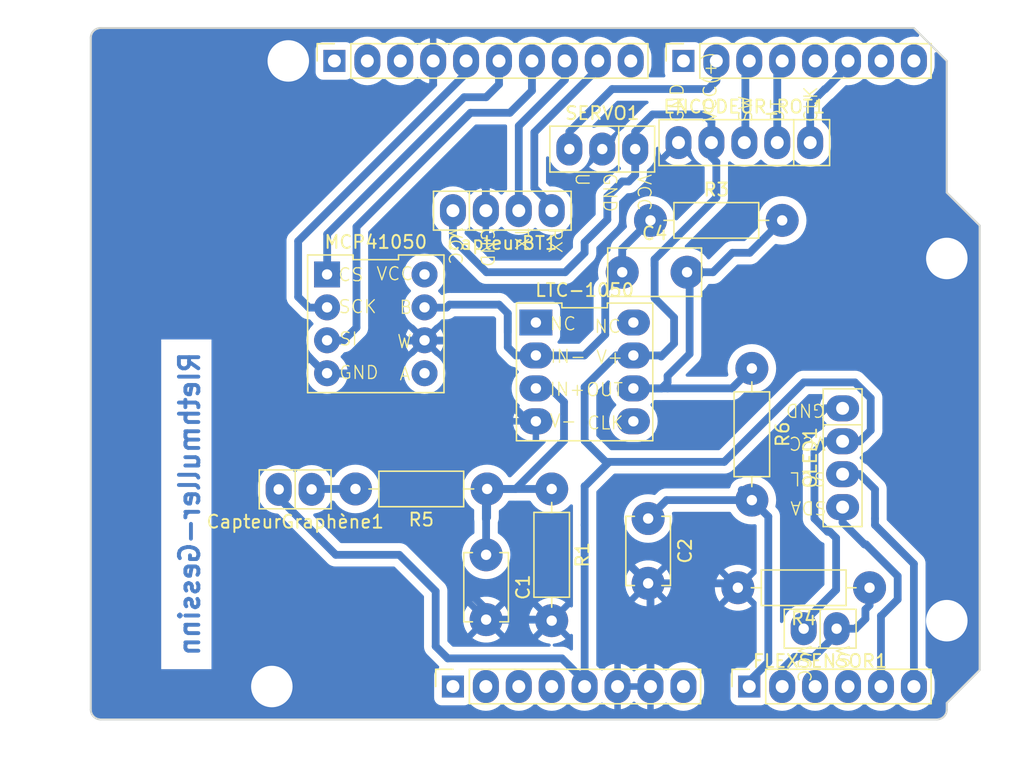
<source format=kicad_pcb>
(kicad_pcb (version 20221018) (generator pcbnew)
  (title_block (date "mar. 31 mars 2015"))
  (layers (0 "F.Cu" signal) (31 "B.Cu" signal) (34 "B.Paste" user) (35 "F.Paste" user) (36 "B.SilkS" user "B.Silkscreen") (37 "F.SilkS" user "F.Silkscreen") (38 "B.Mask" user) (39 "F.Mask" user) (44 "Edge.Cuts" user))
  (property "EMAIL" "riethmul@insa-toulouse.fr")
  (net 0 "")
  (net 1 "GND")
  (net 3 "/IOREF")
  (net 4 "Net-(LTC-1050-+IN)")
  (net 5 "ADC")
  (net 6 "/A2")
  (net 7 "/A3")
  (net 8 "Net-(LTC-1050-OUT)")
  (net 9 "SCK")
  (net 10 "/AREF")
  (net 11 "TX")
  (net 12 "MOSI")
  (net 13 "SS")
  (net 14 "RX")
  (net 15 "/8")
  (net 16 "/TX{slash}1")
  (net 17 "/*3")
  (net 18 "/RX{slash}0")
  (net 19 "+3V3")
  (net 20 "VCC")
  (net 21 "/~{RESET}")
  (net 22 "Net-(CapteurGraphène1-cn)")
  (net 23 "SCL")
  (net 24 "SDA")
  (net 25 "V0")
  (net 29 "B")
  (net 30 "CLK")
  (net 31 "DT")
  (net 33 "SW")
  (net 34 "/7")
  (net 35 "D6")
  (footprint "Connector_PinSocket_2.54mm:PinSocket_1x08_P2.54mm_Vertical" (layer "F.Cu") (at 127.94 97.46 90)
    (fp_text reference "J1" hide)
    (fp_text value "Power")
    (fp_line (start -1.33 1.27) (end -1.33 19.11) (stroke (width 0.12)) (layer "F.SilkS"))
    (fp_line (start -1.33 1.27) (end 1.33 1.27) (stroke (width 0.12)) (layer "F.SilkS"))
    (fp_line (start -1.33 19.11) (end 1.33 19.11) (stroke (width 0.12)) (layer "F.SilkS"))
    (fp_line (start 0 -1.33) (end 1.33 -1.33) (stroke (width 0.12)) (layer "F.SilkS"))
    (fp_line (start 1.33 -1.33) (end 1.33 0) (stroke (width 0.12)) (layer "F.SilkS"))
    (fp_line (start 1.33 1.27) (end 1.33 19.11) (stroke (width 0.12)) (layer "F.SilkS"))
    (pad "1" thru_hole rect locked (at 0 0 90) (size 1.7 1.7) (drill 1) (layers "*.Cu" "*.Mask"))
    (pad "2" thru_hole oval locked (at 0 2.54 90) (size 2.54 2) (drill 1) (layers "*.Cu" "*.Mask") (net 3 "/IOREF"))
    (pad "3" thru_hole oval locked (at 0 5.08 90) (size 2.54 2) (drill 1) (layers "*.Cu" "*.Mask") (net 21 "/~{RESET}"))
    (pad "4" thru_hole oval locked (at 0 7.62 90) (size 2.54 2) (drill 1) (layers "*.Cu" "*.Mask") (net 19 "+3V3"))
    (pad "5" thru_hole oval locked (at 0 10.16 90) (size 2.54 2) (drill 1) (layers "*.Cu" "*.Mask") (net 20 "VCC"))
    (pad "6" thru_hole oval locked (at 0 12.7 90) (size 2.54 2) (drill 1) (layers "*.Cu" "*.Mask") (net 1 "GND"))
    (pad "7" thru_hole oval locked (at 0 15.24 90) (size 2.54 2) (drill 1) (layers "*.Cu" "*.Mask") (net 1 "GND"))
    (pad "8" thru_hole oval locked (at 0 17.78 90) (size 2.54 2) (drill 1) (layers "*.Cu" "*.Mask") (net 20 "VCC"))
  )
  (footprint "Connector_PinSocket_2.54mm:PinSocket_1x06_P2.54mm_Vertical" (layer "F.Cu") (at 150.8 97.46 90)
    (fp_text reference "J3" hide)
    (fp_text value "Analog")
    (fp_line (start -1.33 1.27) (end -1.33 14.03) (stroke (width 0.12)) (layer "F.SilkS"))
    (fp_line (start -1.33 1.27) (end 1.33 1.27) (stroke (width 0.12)) (layer "F.SilkS"))
    (fp_line (start -1.33 14.03) (end 1.33 14.03) (stroke (width 0.12)) (layer "F.SilkS"))
    (fp_line (start 0 -1.33) (end 1.33 -1.33) (stroke (width 0.12)) (layer "F.SilkS"))
    (fp_line (start 1.33 -1.33) (end 1.33 0) (stroke (width 0.12)) (layer "F.SilkS"))
    (fp_line (start 1.33 1.27) (end 1.33 14.03) (stroke (width 0.12)) (layer "F.SilkS"))
    (pad "1" thru_hole rect locked (at 0 0 90) (size 1.7 1.7) (drill 1) (layers "*.Cu" "*.Mask") (net 5 "ADC"))
    (pad "2" thru_hole oval locked (at 0 2.54 90) (size 2.54 2) (drill 1) (layers "*.Cu" "*.Mask") (net 25 "V0"))
    (pad "3" thru_hole oval locked (at 0 5.08 90) (size 2.54 2) (drill 1) (layers "*.Cu" "*.Mask") (net 6 "/A2"))
    (pad "4" thru_hole oval locked (at 0 7.62 90) (size 2.54 2) (drill 1) (layers "*.Cu" "*.Mask") (net 7 "/A3"))
    (pad "5" thru_hole oval locked (at 0 10.16 90) (size 2.54 2) (drill 1) (layers "*.Cu" "*.Mask") (net 24 "SDA"))
    (pad "6" thru_hole oval locked (at 0 12.7 90) (size 2.54 2) (drill 1) (layers "*.Cu" "*.Mask") (net 23 "SCL"))
  )
  (footprint "Connector_PinSocket_2.54mm:PinSocket_1x10_P2.54mm_Vertical" (layer "F.Cu") (at 118.796 49.2 90)
    (fp_text reference "J2" hide)
    (fp_text value "Digital/PWM")
    (fp_line (start -1.33 1.27) (end -1.33 24.19) (stroke (width 0.12)) (layer "F.SilkS"))
    (fp_line (start -1.33 1.27) (end 1.33 1.27) (stroke (width 0.12)) (layer "F.SilkS"))
    (fp_line (start -1.33 24.19) (end 1.33 24.19) (stroke (width 0.12)) (layer "F.SilkS"))
    (fp_line (start 0 -1.33) (end 1.33 -1.33) (stroke (width 0.12)) (layer "F.SilkS"))
    (fp_line (start 1.33 -1.33) (end 1.33 0) (stroke (width 0.12)) (layer "F.SilkS"))
    (fp_line (start 1.33 1.27) (end 1.33 24.19) (stroke (width 0.12)) (layer "F.SilkS"))
    (pad "1" thru_hole rect locked (at 0 0 90) (size 1.7 1.7) (drill 1) (layers "*.Cu" "*.Mask") (net 23 "SCL"))
    (pad "2" thru_hole oval locked (at 0 2.54 90) (size 2.54 2) (drill 1) (layers "*.Cu" "*.Mask") (net 24 "SDA"))
    (pad "3" thru_hole oval locked (at 0 5.08 90) (size 2.54 2) (drill 1) (layers "*.Cu" "*.Mask") (net 10 "/AREF"))
    (pad "4" thru_hole oval locked (at 0 7.62 90) (size 2.54 2) (drill 1) (layers "*.Cu" "*.Mask") (net 1 "GND"))
    (pad "5" thru_hole oval locked (at 0 10.16 90) (size 2.54 2) (drill 1) (layers "*.Cu" "*.Mask") (net 9 "SCK"))
    (pad "6" thru_hole oval locked (at 0 12.7 90) (size 2.54 2) (drill 1) (layers "*.Cu" "*.Mask") (net 13 "SS"))
    (pad "7" thru_hole oval locked (at 0 15.24 90) (size 2.54 2) (drill 1) (layers "*.Cu" "*.Mask") (net 12 "MOSI"))
    (pad "8" thru_hole oval locked (at 0 17.78 90) (size 2.54 2) (drill 1) (layers "*.Cu" "*.Mask") (net 11 "TX"))
    (pad "9" thru_hole oval locked (at 0 20.32 90) (size 2.54 2) (drill 1) (layers "*.Cu" "*.Mask") (net 14 "RX"))
    (pad "10" thru_hole oval locked (at 0 22.86 90) (size 2.54 2) (drill 1) (layers "*.Cu" "*.Mask") (net 15 "/8"))
  )
  (footprint "Connector_PinSocket_2.54mm:PinSocket_1x08_P2.54mm_Vertical" (layer "F.Cu") (at 145.72 49.2 90)
    (fp_text reference "J4" hide)
    (fp_text value "Digital/PWM")
    (fp_line (start -1.33 1.27) (end -1.33 19.11) (stroke (width 0.12)) (layer "F.SilkS"))
    (fp_line (start -1.33 1.27) (end 1.33 1.27) (stroke (width 0.12)) (layer "F.SilkS"))
    (fp_line (start -1.33 19.11) (end 1.33 19.11) (stroke (width 0.12)) (layer "F.SilkS"))
    (fp_line (start 0 -1.33) (end 1.33 -1.33) (stroke (width 0.12)) (layer "F.SilkS"))
    (fp_line (start 1.33 -1.33) (end 1.33 0) (stroke (width 0.12)) (layer "F.SilkS"))
    (fp_line (start 1.33 1.27) (end 1.33 19.11) (stroke (width 0.12)) (layer "F.SilkS"))
    (pad "1" thru_hole rect locked (at 0 0 90) (size 1.7 1.7) (drill 1) (layers "*.Cu" "*.Mask") (net 34 "/7"))
    (pad "2" thru_hole oval locked (at 0 2.54 90) (size 2.54 2) (drill 1) (layers "*.Cu" "*.Mask") (net 35 "D6"))
    (pad "3" thru_hole oval locked (at 0 5.08 90) (size 2.54 2) (drill 1) (layers "*.Cu" "*.Mask") (net 33 "SW"))
    (pad "4" thru_hole oval locked (at 0 7.62 90) (size 2.54 2) (drill 1) (layers "*.Cu" "*.Mask") (net 31 "DT"))
    (pad "5" thru_hole oval locked (at 0 10.16 90) (size 2.54 2) (drill 1) (layers "*.Cu" "*.Mask") (net 17 "/*3"))
    (pad "6" thru_hole oval locked (at 0 12.7 90) (size 2.54 2) (drill 1) (layers "*.Cu" "*.Mask") (net 30 "CLK"))
    (pad "7" thru_hole oval locked (at 0 15.24 90) (size 2.54 2) (drill 1) (layers "*.Cu" "*.Mask") (net 16 "/TX{slash}1"))
    (pad "8" thru_hole oval locked (at 0 17.78 90) (size 2.54 2) (drill 1) (layers "*.Cu" "*.Mask") (net 18 "/RX{slash}0"))
  )
  (footprint "Empreintes:CAPTEUR GRAPHENE" (layer "F.Cu") (at 115.77 82.25)
    (fp_text reference "CapteurGraphène1" (at 0 2.5) (layer "F.SilkS"))
    (fp_text value "~")
    (fp_line (start -2.77 -1.5) (end 2.77 -1.5) (stroke (width 0.12)) (layer "F.SilkS"))
    (fp_line (start -2.77 1.5) (end -2.77 -1.5) (stroke (width 0.12)) (layer "F.SilkS"))
    (fp_line (start 0 -1.5) (end 0 1.5) (stroke (width 0.12)) (layer "F.SilkS"))
    (fp_line (start 2.77 -1.5) (end 2.77 1.5) (stroke (width 0.12)) (layer "F.SilkS"))
    (fp_line (start 2.77 1.5) (end -2.77 1.5) (stroke (width 0.12)) (layer "F.SilkS"))
    (pad "1" thru_hole oval (at -1.27 0) (size 2 2.54) (drill 0.8) (layers "*.Cu" "*.Mask") (net 20 "VCC"))
    (pad "2" thru_hole oval (at 1.27 0) (size 2 2.54) (drill 0.8) (layers "*.Cu" "*.Mask") (net 22 "Net-(CapteurGraphène1-cn)"))
  )
  (footprint "Empreintes:LTC-1050" (layer "F.Cu") (at 138.1 73.19 -90)
    (fp_text reference "LTC-1050" (at -6.31 0) (layer "F.SilkS"))
    (fp_text value "~")
    (fp_text user "V-" (at 4.3688 2.7686 unlocked) (layer "F.SilkS") (effects (font (thickness 0.1)) (justify left bottom)))
    (fp_text user "NC" (at -3.1242 2.7686 unlocked) (layer "F.SilkS") (effects (font (thickness 0.1)) (justify left bottom)))
    (fp_text user "CLK" (at 4.5212 -0.127 unlocked) (layer "F.SilkS") (effects (font (thickness 0.1)) (justify left bottom)))
    (fp_text user "V+" (at -0.5588 -0.8128 unlocked) (layer "F.SilkS") (effects (font (thickness 0.1)) (justify left bottom)))
    (fp_text user "IN-" (at -0.6096 2.7178 unlocked) (layer "F.SilkS") (effects (font (thickness 0.1)) (justify left bottom)))
    (fp_text user "OUT" (at 1.9558 -0.0508 unlocked) (layer "F.SilkS") (effects (font (thickness 0.1)) (justify left bottom)))
    (fp_text user "NC" (at -2.921 -0.6858 unlocked) (layer "F.SilkS") (effects (font (thickness 0.1)) (justify left bottom)))
    (fp_text user "IN+" (at 1.9304 2.7686 unlocked) (layer "F.SilkS") (effects (font (thickness 0.1)) (justify left bottom)))
    (fp_line (start -5.31 -5.26) (end -5.31 -1.753333) (stroke (width 0.12)) (layer "F.SilkS"))
    (fp_line (start -5.31 -1.753333) (end -4.95 -1.753333) (stroke (width 0.12)) (layer "F.SilkS"))
    (fp_line (start -5.31 1.753333) (end -5.31 5.26) (stroke (width 0.12)) (layer "F.SilkS"))
    (fp_line (start -5.31 5.26) (end 5.31 5.26) (stroke (width 0.12)) (layer "F.SilkS"))
    (fp_line (start -4.95 -1.753333) (end -4.95 1.753333) (stroke (width 0.12)) (layer "F.SilkS"))
    (fp_line (start -4.95 1.753333) (end -5.31 1.753333) (stroke (width 0.12)) (layer "F.SilkS"))
    (fp_line (start 5.31 -5.26) (end -5.31 -5.26) (stroke (width 0.12)) (layer "F.SilkS"))
    (fp_line (start 5.31 5.26) (end 5.31 -5.26) (stroke (width 0.12)) (layer "F.SilkS"))
    (pad "1" thru_hole rect (at -3.81 3.76 270) (size 2 2.54) (drill 0.8) (layers "*.Cu" "*.Mask"))
    (pad "2" thru_hole oval (at -1.27 3.76 270) (size 2 2.54) (drill 0.8) (layers "*.Cu" "*.Mask") (net 29 "B"))
    (pad "3" thru_hole oval (at 1.27 3.76 270) (size 2 2.54) (drill 0.8) (layers "*.Cu" "*.Mask") (net 4 "Net-(LTC-1050-+IN)"))
    (pad "4" thru_hole oval (at 3.81 3.76 270) (size 2 2.54) (drill 0.8) (layers "*.Cu" "*.Mask") (net 1 "GND"))
    (pad "5" thru_hole oval (at 3.81 -3.76 270) (size 2 2.54) (drill 0.8) (layers "*.Cu" "*.Mask"))
    (pad "6" thru_hole oval (at 1.27 -3.76 270) (size 2 2.54) (drill 0.8) (layers "*.Cu" "*.Mask") (net 8 "Net-(LTC-1050-OUT)"))
    (pad "7" thru_hole oval (at -1.27 -3.76 270) (size 2 2.54) (drill 0.8) (layers "*.Cu" "*.Mask") (net 20 "VCC"))
    (pad "8" thru_hole oval (at -3.81 -3.76 270) (size 2 2.54) (drill 0.8) (layers "*.Cu" "*.Mask"))
  )
  (footprint "Resistor_THT:R_Axial_DIN0207_L6.3mm_D2.5mm_P10.16mm_Horizontal" (layer "F.Cu") (at 143.18 61.5)
    (fp_text reference "R3" (at 5.08 -2.37) (layer "F.SilkS"))
    (fp_text value "100k")
    (fp_line (start 1.04 0) (end 1.81 0) (stroke (width 0.12)) (layer "F.SilkS"))
    (fp_line (start 1.81 -1.37) (end 1.81 1.37) (stroke (width 0.12)) (layer "F.SilkS"))
    (fp_line (start 1.81 1.37) (end 8.35 1.37) (stroke (width 0.12)) (layer "F.SilkS"))
    (fp_line (start 8.35 -1.37) (end 1.81 -1.37) (stroke (width 0.12)) (layer "F.SilkS"))
    (fp_line (start 8.35 1.37) (end 8.35 -1.37) (stroke (width 0.12)) (layer "F.SilkS"))
    (fp_line (start 9.12 0) (end 8.35 0) (stroke (width 0.12)) (layer "F.SilkS"))
    (pad "1" thru_hole circle (at 0 0) (size 2.54 2.54) (drill 0.8) (layers "*.Cu" "*.Mask") (net 29 "B"))
    (pad "2" thru_hole circle (at 10.16 0) (size 2.54 2.54) (drill 0.8) (layers "*.Cu" "*.Mask") (net 8 "Net-(LTC-1050-OUT)"))
  )
  (footprint "Empreintes:OLED" (layer "F.Cu") (at 158 79.81 -90)
    (fp_text reference "OLED1" (at 0 2.5 90) (layer "F.SilkS"))
    (fp_text value "~")
    (fp_text user "GND" (at -4.2418 1.27 -180 unlocked) (layer "F.SilkS") (effects (font (thickness 0.1)) (justify left bottom)))
    (fp_text user "VCC" (at -1.7018 1.2192 -180 unlocked) (layer "F.SilkS") (effects (font (thickness 0.1)) (justify left bottom)))
    (fp_text user "SCL" (at 1.0414 1.2192 -180 unlocked) (layer "F.SilkS") (effects (font (thickness 0.1)) (justify left bottom)))
    (fp_text user "SDA" (at 3.2766 1.1684 -180 unlocked) (layer "F.SilkS") (effects (font (thickness 0.1)) (justify left bottom)))
    (fp_line (start -5.31 -1.5) (end 5.31 -1.5) (stroke (width 0.12)) (layer "F.SilkS"))
    (fp_line (start -5.31 1.5) (end -5.31 -1.5) (stroke (width 0.12)) (layer "F.SilkS"))
    (fp_line (start -2.54 -1.5) (end -2.54 1.5) (stroke (width 0.12)) (layer "F.SilkS"))
    (fp_line (start 5.31 -1.5) (end 5.31 1.5) (stroke (width 0.12)) (layer "F.SilkS"))
    (fp_line (start 5.31 1.5) (end -5.31 1.5) (stroke (width 0.12)) (layer "F.SilkS"))
    (pad "1" thru_hole oval (at -3.81 0 270) (size 2 2.54) (drill 1) (layers "*.Cu" "*.Mask") (net 1 "GND"))
    (pad "2" thru_hole oval (at -1.27 0 270) (size 2 2.54) (drill 1) (layers "*.Cu" "*.Mask") (net 20 "VCC"))
    (pad "3" thru_hole oval (at 1.27 0 270) (size 2 2.54) (drill 1) (layers "*.Cu" "*.Mask") (net 23 "SCL"))
    (pad "4" thru_hole oval (at 3.81 0 270) (size 2 2.54) (drill 1) (layers "*.Cu" "*.Mask") (net 24 "SDA"))
  )
  (footprint "Empreintes:FLEX SENSOR" (layer "F.Cu") (at 156.27 93)
    (fp_text reference "FLEXSENSOR1" (at 0 2.5) (layer "F.SilkS"))
    (fp_text value "~")
    (fp_text user "V0" (at 1.1176 1.2192 -90 unlocked) (layer "F.SilkS") (effects (font (thickness 0.1)) (justify left bottom)))
    (fp_text user "VCC" (at -1.8288 1.2192 -90 unlocked) (layer "F.SilkS") (effects (font (thickness 0.1)) (justify left bottom)))
    (fp_line (start -2.77 -1.5) (end 2.77 -1.5) (stroke (width 0.12)) (layer "F.SilkS"))
    (fp_line (start -2.77 1.5) (end -2.77 -1.5) (stroke (width 0.12)) (layer "F.SilkS"))
    (fp_line (start 0 -1.5) (end 0 1.5) (stroke (width 0.12)) (layer "F.SilkS"))
    (fp_line (start 2.77 -1.5) (end 2.77 1.5) (stroke (width 0.12)) (layer "F.SilkS"))
    (fp_line (start 2.77 1.5) (end -2.77 1.5) (stroke (width 0.12)) (layer "F.SilkS"))
    (pad "1" thru_hole oval (at -1.27 0) (size 2 2.54) (drill 0.8) (layers "*.Cu" "*.Mask") (net 20 "VCC"))
    (pad "2" thru_hole oval (at 1.27 0) (size 2 2.54) (drill 0.8) (layers "*.Cu" "*.Mask") (net 25 "V0"))
  )
  (footprint "Resistor_THT:R_Axial_DIN0207_L6.3mm_D2.5mm_P10.16mm_Horizontal" (layer "F.Cu") (at 135.56 82.22 -90)
    (fp_text reference "R1" (at 5.08 -2.37 90) (layer "F.SilkS"))
    (fp_text value "100k")
    (fp_line (start 1.04 0) (end 1.81 0) (stroke (width 0.12)) (layer "F.SilkS"))
    (fp_line (start 1.81 -1.37) (end 1.81 1.37) (stroke (width 0.12)) (layer "F.SilkS"))
    (fp_line (start 1.81 1.37) (end 8.35 1.37) (stroke (width 0.12)) (layer "F.SilkS"))
    (fp_line (start 8.35 -1.37) (end 1.81 -1.37) (stroke (width 0.12)) (layer "F.SilkS"))
    (fp_line (start 8.35 1.37) (end 8.35 -1.37) (stroke (width 0.12)) (layer "F.SilkS"))
    (fp_line (start 9.12 0) (end 8.35 0) (stroke (width 0.12)) (layer "F.SilkS"))
    (pad "1" thru_hole circle (at 0 0 270) (size 2.54 2.54) (drill 0.8) (layers "*.Cu" "*.Mask") (net 4 "Net-(LTC-1050-+IN)"))
    (pad "2" thru_hole circle (at 10.16 0 270) (size 2.54 2.54) (drill 0.8) (layers "*.Cu" "*.Mask") (net 1 "GND"))
  )
  (footprint "Empreintes:SERVO" (layer "F.Cu") (at 139.46 56 180)
    (fp_text reference "SERVO1" (at 0 2.77) (layer "F.SilkS"))
    (fp_text value "~")
    (fp_text user "GND" (at 0 -1.77 270 unlocked) (layer "F.SilkS") (effects (font (thickness 0.1)) (justify left bottom)))
    (fp_text user "VCC" (at -2.6416 -1.8542 270 unlocked) (layer "F.SilkS") (effects (font (thickness 0.1)) (justify left bottom)))
    (fp_text user "U" (at 2.1336 -1.7526 270 unlocked) (layer "F.SilkS") (effects (font (thickness 0.1)) (justify left bottom)))
    (fp_line (start -4.04 -1.77) (end 4.04 -1.77) (stroke (width 0.12)) (layer "F.SilkS"))
    (fp_line (start -4.04 1.77) (end -4.04 -1.77) (stroke (width 0.12)) (layer "F.SilkS"))
    (fp_line (start -1.27 -1.77) (end -1.27 1.77) (stroke (width 0.12)) (layer "F.SilkS"))
    (fp_line (start 4.04 -1.77) (end 4.04 1.77) (stroke (width 0.12)) (layer "F.SilkS"))
    (fp_line (start 4.04 1.77) (end -4.04 1.77) (stroke (width 0.12)) (layer "F.SilkS"))
    (pad "1" thru_hole oval (at -2.54 0 180) (size 2 2.54) (drill 0.8) (layers "*.Cu" "*.Mask") (net 20 "VCC"))
    (pad "2" thru_hole oval (at 0 0 180) (size 2 2.54) (drill 0.8) (layers "*.Cu" "*.Mask") (net 1 "GND"))
    (pad "3" thru_hole oval (at 2.54 0 180) (size 2 2.54) (drill 0.8) (layers "*.Cu" "*.Mask") (net 35 "D6"))
  )
  (footprint "Arduino_MountingHole:MountingHole_3.2mm" (layer "F.Cu") (at 115.24 49.2)
    (fp_text reference "MH1" hide)
    (fp_text value "MountingHole_3.2mm" hide)
    (pad "" np_thru_hole circle locked (at 0 0) (size 3.2 3.2) (drill 3.2) (layers "*.Cu" "*.Mask"))
  )
  (footprint "Empreintes:POTENTIOMETRE DIGITAL" (layer "F.Cu") (at 121.99 69.48 -90)
    (fp_text reference "MCP41050" (at -6.31 0) (layer "F.SilkS"))
    (fp_text value "~")
    (fp_text user "CS" (at -3.2004 2.9718 unlocked) (layer "F.SilkS") (effects (font (thickness 0.1)) (justify left bottom)))
    (fp_text user "W" (at 1.9558 -1.5748 unlocked) (layer "F.SilkS") (effects (font (thickness 0.1)) (justify left bottom)))
    (fp_text user "SI" (at 1.7526 2.8956 unlocked) (layer "F.SilkS") (effects (font (thickness 0.1)) (justify left bottom)))
    (fp_text user "GND" (at 4.3434 2.8956 unlocked) (layer "F.SilkS") (effects (font (thickness 0.1)) (justify left bottom)))
    (fp_text user "SCK" (at -0.7366 2.9464 unlocked) (layer "F.SilkS") (effects (font (thickness 0.1)) (justify left bottom)))
    (fp_text user "B" (at -0.6858 -1.7526 unlocked) (layer "F.SilkS") (effects (font (thickness 0.1)) (justify left bottom)))
    (fp_text user "VCC" (at -3.2766 0.0254 unlocked) (layer "F.SilkS") (effects (font (thickness 0.1)) (justify left bottom)))
    (fp_text user "A" (at 4.445 -1.7526 unlocked) (layer "F.SilkS") (effects (font (thickness 0.1)) (justify left bottom)))
    (fp_line (start -5.31 -5.26) (end -5.31 -1.753333) (stroke (width 0.12)) (layer "F.SilkS"))
    (fp_line (start -5.31 -1.753333) (end -4.95 -1.753333) (stroke (width 0.12)) (layer "F.SilkS"))
    (fp_line (start -5.31 1.753333) (end -5.31 5.26) (stroke (width 0.12)) (layer "F.SilkS"))
    (fp_line (start -5.31 5.26) (end 5.31 5.26) (stroke (width 0.12)) (layer "F.SilkS"))
    (fp_line (start -4.95 -1.753333) (end -4.95 1.753333) (stroke (width 0.12)) (layer "F.SilkS"))
    (fp_line (start -4.95 1.753333) (end -5.31 1.753333) (stroke (width 0.12)) (layer "F.SilkS"))
    (fp_line (start 5.31 -5.26) (end -5.31 -5.26) (stroke (width 0.12)) (layer "F.SilkS"))
    (fp_line (start 5.31 5.26) (end 5.31 -5.26) (stroke (width 0.12)) (layer "F.SilkS"))
    (pad "1" thru_hole rect (at -3.81 3.76 270) (size 2 2) (drill 0.8) (layers "*.Cu" "*.Mask") (net 13 "SS"))
    (pad "2" thru_hole circle (at -1.27 3.76 270) (size 2 2) (drill 0.8) (layers "*.Cu" "*.Mask") (net 9 "SCK"))
    (pad "3" thru_hole circle (at 1.27 3.76 270) (size 2 2) (drill 0.8) (layers "*.Cu" "*.Mask") (net 12 "MOSI"))
    (pad "4" thru_hole circle (at 3.81 3.76 270) (size 2 2) (drill 0.8) (layers "*.Cu" "*.Mask"))
    (pad "5" thru_hole circle (at 3.81 -3.76 270) (size 2 2) (drill 0.8) (layers "*.Cu" "*.Mask"))
    (pad "6" thru_hole circle (at 1.27 -3.76 270) (size 2 2) (drill 0.8) (layers "*.Cu" "*.Mask") (net 1 "GND"))
    (pad "7" thru_hole circle (at -1.27 -3.76 270) (size 2 2) (drill 0.8) (layers "*.Cu" "*.Mask") (net 29 "B"))
    (pad "8" thru_hole circle (at -3.81 -3.76 270) (size 2 2) (drill 0.8) (layers "*.Cu" "*.Mask"))
  )
  (footprint "Empreintes:BT" (layer "F.Cu") (at 131.75 60.75)
    (fp_text reference "CapteurBT1" (at 0 2.5) (layer "F.SilkS"))
    (fp_text value "~")
    (fp_text user "RX" (at 3.4798 1.27 -90 unlocked) (layer "F.SilkS") (effects (font (thickness 0.1)) (justify left bottom)))
    (fp_text user "TX" (at 0.889 1.2446 -90 unlocked) (layer "F.SilkS") (effects (font (thickness 0.1)) (justify left bottom)))
    (fp_text user "VCC" (at -4.2164 1.2446 -90 unlocked) (layer "F.SilkS") (effects (font (thickness 0.1)) (justify left bottom)))
    (fp_text user "GND" (at -1.7526 1.2446 -90 unlocked) (layer "F.SilkS") (effects (font (thickness 0.1)) (justify left bottom)))
    (fp_line (start -5.31 -1.5) (end 5.31 -1.5) (stroke (width 0.12)) (layer "F.SilkS"))
    (fp_line (start -5.31 1.5) (end -5.31 -1.5) (stroke (width 0.12)) (layer "F.SilkS"))
    (fp_line (start -2.54 -1.5) (end -2.54 1.5) (stroke (width 0.12)) (layer "F.SilkS"))
    (fp_line (start 5.31 -1.5) (end 5.31 1.5) (stroke (width 0.12)) (layer "F.SilkS"))
    (fp_line (start 5.31 1.5) (end -5.31 1.5) (stroke (width 0.12)) (layer "F.SilkS"))
    (pad "1" thru_hole oval (at -3.81 0) (size 2 2.54) (drill 1) (layers "*.Cu" "*.Mask") (net 20 "VCC"))
    (pad "2" thru_hole oval (at -1.27 0) (size 2 2.54) (drill 1) (layers "*.Cu" "*.Mask") (net 1 "GND"))
    (pad "3" thru_hole oval (at 1.27 0) (size 2 2.54) (drill 1) (layers "*.Cu" "*.Mask") (net 11 "TX"))
    (pad "4" thru_hole oval (at 3.81 0) (size 2 2.54) (drill 1) (layers "*.Cu" "*.Mask") (net 14 "RX"))
  )
  (footprint "Resistor_THT:R_Axial_DIN0207_L6.3mm_D2.5mm_P10.16mm_Horizontal" (layer "F.Cu") (at 130.58 82.22 180)
    (fp_text reference "R5" (at 5.08 -2.37) (layer "F.SilkS"))
    (fp_text value "10k")
    (fp_line (start 1.04 0) (end 1.81 0) (stroke (width 0.12)) (layer "F.SilkS"))
    (fp_line (start 1.81 -1.37) (end 1.81 1.37) (stroke (width 0.12)) (layer "F.SilkS"))
    (fp_line (start 1.81 1.37) (end 8.35 1.37) (stroke (width 0.12)) (layer "F.SilkS"))
    (fp_line (start 8.35 -1.37) (end 1.81 -1.37) (stroke (width 0.12)) (layer "F.SilkS"))
    (fp_line (start 8.35 1.37) (end 8.35 -1.37) (stroke (width 0.12)) (layer "F.SilkS"))
    (fp_line (start 9.12 0) (end 8.35 0) (stroke (width 0.12)) (layer "F.SilkS"))
    (pad "1" thru_hole circle (at 0 0 180) (size 2.54 2.54) (drill 0.8) (layers "*.Cu" "*.Mask") (net 4 "Net-(LTC-1050-+IN)"))
    (pad "2" thru_hole circle (at 10.16 0 180) (size 2.54 2.54) (drill 0.8) (layers "*.Cu" "*.Mask") (net 22 "Net-(CapteurGraphène1-cn)"))
  )
  (footprint "Capacitor_THT:C_Disc_D5.1mm_W3.2mm_P5.00mm" (layer "F.Cu") (at 130.5 87.3 -90)
    (fp_text reference "C1" (at 2.5 -2.85 90) (layer "F.SilkS"))
    (fp_text value "100n")
    (fp_line (start -0.17 -1.721) (end -0.17 -1.055) (stroke (width 0.12)) (layer "F.SilkS"))
    (fp_line (start -0.17 -1.721) (end 5.17 -1.721) (stroke (width 0.12)) (layer "F.SilkS"))
    (fp_line (start -0.17 1.055) (end -0.17 1.721) (stroke (width 0.12)) (layer "F.SilkS"))
    (fp_line (start -0.17 1.721) (end 5.17 1.721) (stroke (width 0.12)) (layer "F.SilkS"))
    (fp_line (start 5.17 -1.721) (end 5.17 -1.055) (stroke (width 0.12)) (layer "F.SilkS"))
    (fp_line (start 5.17 1.055) (end 5.17 1.721) (stroke (width 0.12)) (layer "F.SilkS"))
    (pad "1" thru_hole circle (at 0 0 270) (size 2.54 2.54) (drill 0.8) (layers "*.Cu" "*.Mask") (net 4 "Net-(LTC-1050-+IN)"))
    (pad "2" thru_hole circle (at 5 0 270) (size 2.54 2.54) (drill 0.8) (layers "*.Cu" "*.Mask") (net 1 "GND"))
  )
  (footprint "Resistor_THT:R_Axial_DIN0207_L6.3mm_D2.5mm_P10.16mm_Horizontal" (layer "F.Cu") (at 160.08 89.84 180)
    (fp_text reference "R4" (at 5.08 -2.37) (layer "F.SilkS"))
    (fp_text value "33k")
    (fp_line (start 1.04 0) (end 1.81 0) (stroke (width 0.12)) (layer "F.SilkS"))
    (fp_line (start 1.81 -1.37) (end 1.81 1.37) (stroke (width 0.12)) (layer "F.SilkS"))
    (fp_line (start 1.81 1.37) (end 8.35 1.37) (stroke (width 0.12)) (layer "F.SilkS"))
    (fp_line (start 8.35 -1.37) (end 1.81 -1.37) (stroke (width 0.12)) (layer "F.SilkS"))
    (fp_line (start 8.35 1.37) (end 8.35 -1.37) (stroke (width 0.12)) (layer "F.SilkS"))
    (fp_line (start 9.12 0) (end 8.35 0) (stroke (width 0.12)) (layer "F.SilkS"))
    (pad "1" thru_hole circle (at 0 0 180) (size 2.54 2.54) (drill 0.8) (layers "*.Cu" "*.Mask") (net 25 "V0"))
    (pad "2" thru_hole circle (at 10.16 0 180) (size 2.54 2.54) (drill 0.8) (layers "*.Cu" "*.Mask") (net 1 "GND"))
  )
  (footprint "Capacitor_THT:C_Disc_D5.1mm_W3.2mm_P5.00mm" (layer "F.Cu") (at 143 84.5 -90)
    (fp_text reference "C2" (at 2.5 -2.85 90) (layer "F.SilkS"))
    (fp_text value "100n")
    (fp_line (start -0.17 -1.721) (end -0.17 -1.055) (stroke (width 0.12)) (layer "F.SilkS"))
    (fp_line (start -0.17 -1.721) (end 5.17 -1.721) (stroke (width 0.12)) (layer "F.SilkS"))
    (fp_line (start -0.17 1.055) (end -0.17 1.721) (stroke (width 0.12)) (layer "F.SilkS"))
    (fp_line (start -0.17 1.721) (end 5.17 1.721) (stroke (width 0.12)) (layer "F.SilkS"))
    (fp_line (start 5.17 -1.721) (end 5.17 -1.055) (stroke (width 0.12)) (layer "F.SilkS"))
    (fp_line (start 5.17 1.055) (end 5.17 1.721) (stroke (width 0.12)) (layer "F.SilkS"))
    (pad "1" thru_hole circle (at 0 0 270) (size 2.54 2.54) (drill 0.8) (layers "*.Cu" "*.Mask") (net 5 "ADC"))
    (pad "2" thru_hole circle (at 5 0 270) (size 2.54 2.54) (drill 0.8) (layers "*.Cu" "*.Mask") (net 1 "GND"))
  )
  (footprint "Empreintes:ENCODEUR KY-040" (layer "F.Cu") (at 150.42 55.5 180)
    (fp_text reference "ENCODEUR_ROT1" (at 0 2.77) (layer "F.SilkS"))
    (fp_text value "~")
    (fp_text user "SW" (at -0.6858 1.4732 90 unlocked) (layer "F.SilkS") (effects (font (thickness 0.1)) (justify left bottom)))
    (fp_text user "VCC(+)" (at 2.0574 1.524 90 unlocked) (layer "F.SilkS") (effects (font (thickness 0.1)) (justify left bottom)))
    (fp_text user "CLK" (at -5.715 1.4732 90 unlocked) (layer "F.SilkS") (effects (font (thickness 0.1)) (justify left bottom)))
    (fp_text user "DT" (at -3.1496 1.524 90 unlocked) (layer "F.SilkS") (effects (font (thickness 0.1)) (justify left bottom)))
    (fp_text user "GND" (at 4.5974 1.4732 90 unlocked) (layer "F.SilkS") (effects (font (thickness 0.1)) (justify left bottom)))
    (fp_line (start -6.58 -1.77) (end 6.58 -1.77) (stroke (width 0.12)) (layer "F.SilkS"))
    (fp_line (start -6.58 1.77) (end -6.58 -1.77) (stroke (width 0.12)) (layer "F.SilkS"))
    (fp_line (start -3.81 -1.77) (end -3.81 1.77) (stroke (width 0.12)) (layer "F.SilkS"))
    (fp_line (start 6.58 -1.77) (end 6.58 1.77) (stroke (width 0.12)) (layer "F.SilkS"))
    (fp_line (start 6.58 1.77) (end -6.58 1.77) (stroke (width 0.12)) (layer "F.SilkS"))
    (pad "1" thru_hole oval (at -5.08 0 180) (size 2 2.54) (drill 1) (layers "*.Cu" "*.Mask") (net 30 "CLK"))
    (pad "2" thru_hole oval (at -2.54 0 180) (size 2 2.54) (drill 1) (layers "*.Cu" "*.Mask") (net 31 "DT"))
    (pad "3" thru_hole oval (at 0 0 180) (size 2 2.54) (drill 1) (layers "*.Cu" "*.Mask") (net 33 "SW"))
    (pad "4" thru_hole oval (at 2.54 0 180) (size 2 2.54) (drill 1) (layers "*.Cu" "*.Mask") (net 20 "VCC"))
    (pad "5" thru_hole oval (at 5.08 0 180) (size 2 2.54) (drill 1) (layers "*.Cu" "*.Mask") (net 1 "GND"))
  )
  (footprint "Arduino_MountingHole:MountingHole_3.2mm" (layer "F.Cu") (at 113.97 97.46)
    (fp_text reference "MH2" hide)
    (fp_text value "MountingHole_3.2mm" hide)
    (pad "" np_thru_hole circle locked (at 0 0) (size 3.2 3.2) (drill 3.2) (layers "*.Cu" "*.Mask"))
  )
  (footprint "Arduino_MountingHole:MountingHole_3.2mm" (layer "F.Cu") (at 166.04 64.44)
    (fp_text reference "MH3" hide)
    (fp_text value "MountingHole_3.2mm" hide)
    (pad "" np_thru_hole circle locked (at 0 0) (size 3.2 3.2) (drill 3.2) (layers "*.Cu" "*.Mask"))
  )
  (footprint "Arduino_MountingHole:MountingHole_3.2mm" (layer "F.Cu") (at 166.04 92.38)
    (fp_text reference "MH4" hide)
    (fp_text value "MountingHole_3.2mm" hide)
    (pad "" np_thru_hole circle locked (at 0 0) (size 3.2 3.2) (drill 3.2) (layers "*.Cu" "*.Mask"))
  )
  (footprint "Capacitor_THT:C_Rect_L7.0mm_W3.5mm_P5.00mm" (layer "F.Cu") (at 141 65.5)
    (fp_text reference "C4" (at 2.5 -3) (layer "F.SilkS"))
    (fp_text value "1u")
    (fp_line (start -1.12 -1.87) (end -1.12 1.87) (stroke (width 0.12)) (layer "F.SilkS"))
    (fp_line (start -1.12 -1.87) (end 6.12 -1.87) (stroke (width 0.12)) (layer "F.SilkS"))
    (fp_line (start -1.12 1.87) (end 6.12 1.87) (stroke (width 0.12)) (layer "F.SilkS"))
    (fp_line (start 6.12 -1.87) (end 6.12 1.87) (stroke (width 0.12)) (layer "F.SilkS"))
    (pad "1" thru_hole circle (at 0 0) (size 2.54 2.54) (drill 0.8) (layers "*.Cu" "*.Mask") (net 29 "B"))
    (pad "2" thru_hole circle (at 5 0) (size 2.54 2.54) (drill 0.8) (layers "*.Cu" "*.Mask") (net 8 "Net-(LTC-1050-OUT)"))
  )
  (footprint "Resistor_THT:R_Axial_DIN0207_L6.3mm_D2.5mm_P10.16mm_Horizontal" (layer "F.Cu") (at 151 72.92 -90)
    (fp_text reference "R6" (at 5.08 -2.37 90) (layer "F.SilkS"))
    (fp_text value "1k")
    (fp_line (start 1.04 0) (end 1.81 0) (stroke (width 0.12)) (layer "F.SilkS"))
    (fp_line (start 1.81 -1.37) (end 1.81 1.37) (stroke (width 0.12)) (layer "F.SilkS"))
    (fp_line (start 1.81 1.37) (end 8.35 1.37) (stroke (width 0.12)) (layer "F.SilkS"))
    (fp_line (start 8.35 -1.37) (end 1.81 -1.37) (stroke (width 0.12)) (layer "F.SilkS"))
    (fp_line (start 8.35 1.37) (end 8.35 -1.37) (stroke (width 0.12)) (layer "F.SilkS"))
    (fp_line (start 9.12 0) (end 8.35 0) (stroke (width 0.12)) (layer "F.SilkS"))
    (pad "1" thru_hole circle (at 0 0 270) (size 2.54 2.54) (drill 0.8) (layers "*.Cu" "*.Mask") (net 8 "Net-(LTC-1050-OUT)"))
    (pad "2" thru_hole circle (at 10.16 0 270) (size 2.54 2.54) (drill 0.8) (layers "*.Cu" "*.Mask") (net 5 "ADC"))
  )
  (gr_line (start 166.04 59.36) (end 168.58 61.9) (stroke (width 0.15)) (layer "Edge.Cuts"))
  (gr_line (start 100 99.238) (end 100 47.422) (stroke (width 0.15)) (layer "Edge.Cuts"))
  (gr_line (start 168.58 61.9) (end 168.58 96.19) (stroke (width 0.15)) (layer "Edge.Cuts"))
  (gr_line (start 165.278 100) (end 100.762 100) (stroke (width 0.15)) (layer "Edge.Cuts"))
  (gr_line (start 100.762 46.66) (end 163.5 46.66) (stroke (width 0.15)) (layer "Edge.Cuts"))
  (gr_arc (start 100.762 100) (mid 100.223185 99.776815) (end 100 99.238) (stroke (width 0.15)) (layer "Edge.Cuts"))
  (gr_line (start 168.58 96.19) (end 166.04 98.73) (stroke (width 0.15)) (layer "Edge.Cuts"))
  (gr_line (start 163.5 46.66) (end 166.04 49.2) (stroke (width 0.15)) (layer "Edge.Cuts"))
  (gr_arc (start 166.04 99.238) (mid 165.816815 99.776815) (end 165.278 100) (stroke (width 0.15)) (layer "Edge.Cuts"))
  (gr_line (start 166.04 49.2) (end 166.04 59.36) (stroke (width 0.15)) (layer "Edge.Cuts"))
  (gr_line (start 166.04 98.73) (end 166.04 99.238) (stroke (width 0.15)) (layer "Edge.Cuts"))
  (gr_arc (start 100 47.422) (mid 100.223185 46.883185) (end 100.762 46.66) (stroke (width 0.15)) (layer "Edge.Cuts"))
  (gr_text "RIethmuller-Gessinn" (at 108.5 71.5 90) (layer "B.Cu") (effects (font (size 1.5 1.5) (thickness 0.3) bold) (justify left bottom mirror)))
  (segment (start 135.48 92.3) (end 135.56 92.38) (width 0.6) (layer "F.Cu") (net 1))
  (segment (start 130.5 91.5) (end 128 89) (width 0.6) (layer "B.Cu") (net 1))
  (segment (start 143.18 97.46) (end 143.18 89.68) (width 0.6) (layer "B.Cu") (net 1))
  (segment (start 126.112994 58.5) (end 123.5 61.112994) (width 0.6) (layer "B.Cu") (net 1))
  (segment (start 131.611472 74.888528) (end 132.592944 75.87) (width 0.6) (layer "B.Cu") (net 1))
  (segment (start 128 89) (end 128 76) (width 0.6) (layer "B.Cu") (net 1))
  (segment (start 142.177056 81.822944) (end 140 84) (width 0.6) (layer "B.Cu") (net 1))
  (segment (start 130 58.5) (end 126.112994 58.5) (width 0.6) (layer "B.Cu") (net 1))
  (segment (start 143 89.5) (end 149.58 89.5) (width 0.6) (layer "B.Cu") (net 1))
  (segment (start 135.56 92.38) (end 135.48 92.3) (width 0.6) (layer "B.Cu") (net 1))
  (segment (start 125.76 70.77) (end 127.492944 70.77) (width 0.6) (layer "B.Cu") (net 1))
  (segment (start 156.67 76) (end 154.335 78.335) (width 0.6) (layer "B.Cu") (net 1))
  (segment (start 149 81.822944) (end 142.177056 81.822944) (width 0.6) (layer "B.Cu") (net 1))
  (segment (start 128 76) (end 130.361472 73.638528) (width 0.6) (layer "B.Cu") (net 1))
  (segment (start 120.19 73.31) (end 118.24 73.31) (width 0.6) (layer "B.Cu") (net 1))
  (segment (start 123.5 69.924213) (end 123.537894 69.962106) (width 0.6) (layer "B.Cu") (net 1))
  (segment (start 123.5 61.112994) (end 123.5 69.924213) (width 0.6) (layer "B.Cu") (net 1))
  (segment (start 152.487944 78.335) (end 149 81.822944) (width 0.6) (layer "B.Cu") (net 1))
  (segment (start 139.46 56) (end 139.46 56.46) (width 0.6) (layer "B.Cu") (net 1))
  (segment (start 127.492944 70.77) (end 130.361472 73.638528) (width 0.6) (layer "B.Cu") (net 1))
  (segment (start 118.24 73.31) (end 118.092994 73.31) (width 0.6) (layer "B.Cu") (net 1))
  (segment (start 143 97.28) (end 143.18 97.46) (width 0.6) (layer "B.Cu") (net 1))
  (segment (start 126.416 50.992832) (end 126.416 49.2) (width 0.6) (layer "B.Cu") (net 1))
  (segment (start 135.48 92.3) (end 130.5 92.3) (width 0.6) (layer "B.Cu") (net 1))
  (segment (start 149.58 89.5) (end 149.92 89.84) (width 0.6) (layer "B.Cu") (net 1))
  (segment (start 114.8 70.017006) (end 114.8 62.608832) (width 0.6) (layer "B.Cu") (net 1))
  (segment (start 134.34 77) (end 133.722944 77) (width 0.6) (layer "B.Cu") (net 1))
  (segment (start 123.537894 69.962106) (end 120.19 73.31) (width 0.6) (layer "B.Cu") (net 1))
  (segment (start 143.18 89.68) (end 143 89.5) (width 0.6) (layer "B.Cu") (net 1))
  (segment (start 118.092994 73.31) (end 114.8 70.017006) (width 0.6) (layer "B.Cu") (net 1))
  (segment (start 158 76) (end 156.67 76) (width 0.6) (layer "B.Cu") (net 1))
  (segment (start 114.8 62.608832) (end 126.416 50.992832) (width 0.6) (layer "B.Cu") (net 1))
  (segment (start 124.345787 70.77) (end 125.76 70.77) (width 0.6) (layer "B.Cu") (net 1))
  (segment (start 140 84) (end 140 86.5) (width 0.6) (layer "B.Cu") (net 1))
  (segment (start 130.48 61.5) (end 130.48 58.98) (width 0.6) (layer "B.Cu") (net 1))
  (segment (start 133.722944 77) (end 131.611472 74.888528) (width 0.6) (layer "B.Cu") (net 1))
  (segment (start 130.48 58.98) (end 130 58.5) (width 0.6) (layer "B.Cu") (net 1))
  (segment (start 154.335 78.335) (end 152.487944 78.335) (width 0.6) (layer "B.Cu") (net 1))
  (segment (start 140 86.5) (end 143 89.5) (width 0.6) (layer "B.Cu") (net 1))
  (segment (start 130.361472 73.638528) (end 131.611472 74.888528) (width 0.6) (layer "B.Cu") (net 1))
  (segment (start 123.537894 69.962106) (end 124.345787 70.77) (width 0.6) (layer "B.Cu") (net 1))
  (segment (start 130.5 92.3) (end 130.5 91.5) (width 0.6) (layer "B.Cu") (net 1))
  (segment (start 130.58 82.22) (end 132.78 82.22) (width 0.6) (layer "B.Cu") (net 4))
  (segment (start 135.46 74.46) (end 134.34 74.46) (width 0.6) (layer "B.Cu") (net 4))
  (segment (start 130.5 87.3) (end 130.5 84.52) (width 0.6) (layer "B.Cu") (net 4))
  (segment (start 130.58 84.4) (end 130.58 82.22) (width 0.6) (layer "B.Cu") (net 4))
  (segment (start 130.48 82.22) (end 130.48 84.5) (width 0.6) (layer "B.Cu") (net 4))
  (segment (start 130.48 82.22) (end 135.56 82.22) (width 0.6) (layer "B.Cu") (net 4))
  (segment (start 130.5 84.52) (end 130.48 84.5) (width 0.6) (layer "B.Cu") (net 4))
  (segment (start 136.51 78.49) (end 136.51 75.51) (width 0.6) (layer "B.Cu") (net 4))
  (segment (start 132.78 82.22) (end 136.51 78.49) (width 0.6) (layer "B.Cu") (net 4))
  (segment (start 130.48 84.5) (end 130.58 84.4) (width 0.6) (layer "B.Cu") (net 4))
  (segment (start 136.51 75.51) (end 135.46 74.46) (width 0.6) (layer "B.Cu") (net 4))
  (segment (start 151 83.08) (end 152.27 84.35) (width 0.6) (layer "B.Cu") (net 5))
  (segment (start 152.27 95.572994) (end 150.8 97.042994) (width 0.6) (layer "B.Cu") (net 5))
  (segment (start 152.27 84.35) (end 152.27 95.572994) (width 0.6) (layer "B.Cu") (net 5))
  (segment (start 151 83.08) (end 144.42 83.08) (width 0.6) (layer "B.Cu") (net 5))
  (segment (start 150.22 82.3) (end 151 83.08) (width 0.6) (layer "B.Cu") (net 5))
  (segment (start 144.42 83.08) (end 143 84.5) (width 0.6) (layer "B.Cu") (net 5))
  (segment (start 150.8 97.042994) (end 150.8 97.46) (width 0.6) (layer "B.Cu") (net 5))
  (segment (start 146.2 71.8) (end 146.2 65.7) (width 0.6) (layer "B.Cu") (net 8))
  (segment (start 146.2 65.7) (end 146 65.5) (width 0.6) (layer "B.Cu") (net 8))
  (segment (start 150.84 64) (end 153.34 61.5) (width 0.6) (layer "B.Cu") (net 8))
  (segment (start 144.5 74) (end 144.5 73.5) (width 0.6) (layer "B.Cu") (net 8))
  (segment (start 148 65.5) (end 146 65.5) (width 0.6) (layer "B.Cu") (net 8))
  (segment (start 149.46 74.46) (end 151 72.92) (width 0.6) (layer "B.Cu") (net 8))
  (segment (start 144.5 73.5) (end 146.2 71.8) (width 0.6) (layer "B.Cu") (net 8))
  (segment (start 141.86 74.46) (end 143.5 74.46) (width 0.6) (layer "B.Cu") (net 8))
  (segment (start 143.5 74.46) (end 144.5 74.46) (width 0.6) (layer "B.Cu") (net 8))
  (segment (start 149.5 64) (end 150.84 64) (width 0.6) (layer "B.Cu") (net 8))
  (segment (start 153.34 61.9) (end 153.34 61.5) (width 0.6) (layer "B.Cu") (net 8))
  (segment (start 143.5 74.46) (end 144.04 74.46) (width 0.6) (layer "B.Cu") (net 8))
  (segment (start 149.5 64) (end 148 65.5) (width 0.6) (layer "B.Cu") (net 8))
  (segment (start 144.04 74.46) (end 144.5 74) (width 0.6) (layer "B.Cu") (net 8))
  (segment (start 144.5 74.46) (end 149.46 74.46) (width 0.6) (layer "B.Cu") (net 8))
  (segment (start 116 63.105888) (end 128.956 50.149888) (width 0.6) (layer "B.Cu") (net 9))
  (segment (start 118.24 68.23) (end 116.825787 68.23) (width 0.6) (layer "B.Cu") (net 9))
  (segment (start 116 67.404213) (end 116 63.105888) (width 0.6) (layer "B.Cu") (net 9))
  (segment (start 128.956 50.149888) (end 128.956 49.2) (width 0.6) (layer "B.Cu") (net 9))
  (segment (start 116.825787 68.23) (end 116 67.404213) (width 0.6) (layer "B.Cu") (net 9))
  (segment (start 136.576 50.657056) (end 136.576 49.2) (width 0.6) (layer "B.Cu") (net 11))
  (segment (start 133.02 61.5) (end 133.02 54.213056) (width 0.6) (layer "B.Cu") (net 11))
  (segment (start 133.02 54.213056) (end 136.576 50.657056) (width 0.6) (layer "B.Cu") (net 11))
  (segment (start 120.5 69.77) (end 120.5 62) (width 0.6) (layer "B.Cu") (net 12))
  (segment (start 120.5 62) (end 129.3 53.2) (width 0.6) (layer "B.Cu") (net 12))
  (segment (start 129.3 53.2) (end 132.336 53.2) (width 0.6) (layer "B.Cu") (net 12))
  (segment (start 134.036 51.5) (end 134.036 49.2) (width 0.6) (layer "B.Cu") (net 12))
  (segment (start 132.336 53.2) (end 134.036 51.5) (width 0.6) (layer "B.Cu") (net 12))
  (segment (start 119.5 70.77) (end 120.5 69.77) (width 0.6) (layer "B.Cu") (net 12))
  (segment (start 118.24 70.77) (end 119.5 70.77) (width 0.6) (layer "B.Cu") (net 12))
  (segment (start 119.05 65.76) (end 119.05 65.612994) (width 0.6) (layer "B.Cu") (net 13))
  (segment (start 131.496 51) (end 131.496 49.2) (width 0.6) (layer "B.Cu") (net 13))
  (segment (start 118.24 62.562944) (end 128.802944 52) (width 0.6) (layer "B.Cu") (net 13))
  (segment (start 118.24 65.69) (end 118.24 62.562944) (width 0.6) (layer "B.Cu") (net 13))
  (segment (start 128.802944 52) (end 130.496 52) (width 0.6) (layer "B.Cu") (net 13))
  (segment (start 130.496 52) (end 131.496 51) (width 0.6) (layer "B.Cu") (net 13))
  (segment (start 135.56 60.332994) (end 134.22 58.992994) (width 0.6) (layer "B.Cu") (net 14))
  (segment (start 139.116 49.814112) (end 139.116 49.2) (width 0.6) (layer "B.Cu") (net 14))
  (segment (start 135.56 61.5) (end 135.56 60.332994) (width 0.6) (layer "B.Cu") (net 14))
  (segment (start 134.22 58.992994) (end 134.22 54.710112) (width 0.6) (layer "B.Cu") (net 14))
  (segment (start 134.22 54.710112) (end 139.116 49.814112) (width 0.6) (layer "B.Cu") (net 14))
  (segment (start 158.957006 74) (end 155 74) (width 0.6) (layer "B.Cu") (net 20))
  (segment (start 142 54.67) (end 143.34 53.33) (width 0.6) (layer "B.Cu") (net 20))
  (segment (start 147.33 53.33) (end 147.88 53.88) (width 0.6) (layer "B.Cu") (net 20))
  (segment (start 155 93) (end 155 92.5) (width 0.6) (layer "B.Cu") (net 20))
  (segment (start 156.85 85.52) (end 155.83 84.5) (width 0.6) (layer "B.Cu") (net 20))
  (segment (start 155 92.5) (end 157.5 90) (width 0.6) (layer "B.Cu") (net 20))
  (segment (start 144 72) (end 143.92 71.92) (width 0.6) (layer "B.Cu") (net 20))
  (segment (start 158 78.54) (end 159.33 78.54) (width 0.6) (layer "B.Cu") (net 20))
  (segment (start 118.905787 87.3) (end 123.8 87.3) (width 0.6) (layer "B.Cu") (net 20))
  (segment (start 147.88 53.88) (end 147.88 55.5) (width 0.6) (layer "B.Cu") (net 20))
  (segment (start 140.53 71.92) (end 141.86 71.92) (width 0.6) (layer "B.Cu") (net 20))
  (segment (start 157.5 90) (end 157.5 86) (width 0.6) (layer "B.Cu") (net 20))
  (segment (start 138.13 82) (end 140 80.13) (width 0.6) (layer "B.Cu") (net 20))
  (segment (start 156.67 78.54) (end 158 78.54) (width 0.6) (layer "B.Cu") (net 20))
  (segment (start 155.83 79.38) (end 156.67 78.54) (width 0.6) (layer "B.Cu") (net 20))
  (segment (start 141 58.5) (end 141.5 58.5) (width 0.6) (layer "B.Cu") (net 20))
  (segment (start 138.1 82) (end 138.13 82) (width 0.6) (layer "B.Cu") (net 20))
  (segment (start 127.54 95.29) (end 136.347006 95.29) (width 0.6) (layer "B.Cu") (net 20))
  (segment (start 143.5 64.5) (end 143.5 67.5) (width 0.6) (layer "B.Cu") (net 20))
  (segment (start 138.1 97.042994) (end 138.1 97.46) (width 0.6) (layer "B.Cu") (net 20))
  (segment (start 148.26 59.74) (end 143.5 64.5) (width 0.6) (layer "B.Cu") (net 20))
  (segment (start 127.94 62.914213) (end 130.525787 65.5) (width 0.6) (layer "B.Cu") (net 20))
  (segment (start 128.512894 63.487106) (end 127.94 62.914213) (width 0.6) (layer "B.Cu") (net 20))
  (segment (start 147.88 55.5) (end 147.88 56.62) (width 0.6) (layer "B.Cu") (net 20))
  (segment (start 148.87 80.13) (end 140 80.13) (width 0.6) (layer "B.Cu") (net 20))
  (segment (start 114.5 82.894213) (end 118.905787 87.3) (width 0.6) (layer "B.Cu") (net 20))
  (segment (start 139.73 80.13) (end 138.1 78.5) (width 0.6) (layer "B.Cu") (net 20))
  (segment (start 160.17 77.7) (end 160.17 75.212994) (width 0.6) (layer "B.Cu") (net 20))
  (segment (start 139.8526 61.4428) (end 139.8526 59.6474) (width 0.6) (layer "B.Cu") (net 20))
  (segment (start 114.5 82.25) (end 114.5 82.894213) (width 0.6) (layer "B.Cu") (net 20))
  (segment (start 138.1 64) (end 138.1 63.1954) (width 0.6) (layer "B.Cu") (net 20))
  (segment (start 143.5 64.5) (end 143.5 65) (width 0.6) (layer "B.Cu") (net 20))
  (segment (start 138.1 85) (end 138.1 97.46) (width 0.6) (layer "B.Cu") (net 20))
  (segment (start 145 69) (end 145 71) (width 0.6) (layer "B.Cu") (net 20))
  (segment (start 123.8 87.3) (end 126.61 90.11) (width 0.6) (layer "B.Cu") (net 20))
  (segment (start 142 58) (end 142 56) (width 0.6) (layer "B.Cu") (net 20))
  (segment (start 160.17 75.212994) (end 158.957006 74) (width 0.6) (layer "B.Cu") (net 20))
  (segment (start 143.5 67.5) (end 145 69) (width 0.6) (layer "B.Cu") (net 20))
  (segment (start 138.1 63.1954) (end 139.8526 61.4428) (width 0.6) (layer "B.Cu") (net 20))
  (segment (start 155.83 84.5) (end 155.83 79.38) (width 0.6) (layer "B.Cu") (net 20))
  (segment (start 127.94 62.914213) (end 127.94 61.5) (width 0.6) (layer "B.Cu") (net 20))
  (segment (start 126.61 90.11) (end 126.61 94.36) (width 0.6) (layer "B.Cu") (net 20))
  (segment (start 157.02 85.52) (end 157.5 86) (width 0.6) (layer "B.Cu") (net 20))
  (segment (start 138.1 74.35) (end 140.53 71.92) (width 0.6) (layer "B.Cu") (net 20))
  (segment (start 143.92 71.92) (end 141.86 71.92) (width 0.6) (layer "B.Cu") (net 20))
  (segment (start 138.1 82) (end 138.1 85) (width 0.6) (layer "B.Cu") (net 20))
  (segment (start 148.26 57) (end 148.26 59.74) (width 0.6) (layer "B.Cu") (net 20))
  (segment (start 140 80.13) (end 139.73 80.13) (width 0.6) (layer "B.Cu") (net 20))
  (segment (start 136.347006 95.29) (end 138.1 97.042994) (width 0.6) (layer "B.Cu") (net 20))
  (segment (start 143.34 53.33) (end 147.33 53.33) (width 0.6) (layer "B.Cu") (net 20))
  (segment (start 156.85 85.52) (end 157.02 85.52) (width 0.6) (layer "B.Cu") (net 20))
  (segment (start 142 56) (end 142 54.67) (width 0.6) (layer "B.Cu") (net 20))
  (segment (start 155 74) (end 148.87 80.13) (width 0.6) (layer "B.Cu") (net 20))
  (segment (start 159.33 78.54) (end 160.17 77.7) (width 0.6) (layer "B.Cu") (net 20))
  (segment (start 139.8526 59.6474) (end 141 58.5) (width 0.6) (layer "B.Cu") (net 20))
  (segment (start 138.1 78.5) (end 138.1 74.35) (width 0.6) (layer "B.Cu") (net 20))
  (segment (start 147.88 56.62) (end 148.26 57) (width 0.6) (layer "B.Cu") (net 20))
  (segment (start 126.61 94.36) (end 127.54 95.29) (width 0.6) (layer "B.Cu") (net 20))
  (segment (start 136.6 65.5) (end 138.1 64) (width 0.6) (layer "B.Cu") (net 20))
  (segment (start 145 71) (end 144 72) (width 0.6) (layer "B.Cu") (net 20))
  (segment (start 130.525787 65.5) (end 136.6 65.5) (width 0.6) (layer "B.Cu") (net 20))
  (segment (start 141.5 58.5) (end 142 58) (width 0.6) (layer "B.Cu") (net 20))
  (segment (start 117.04 82.25) (end 117.07 82.22) (width 0.6) (layer "B.Cu") (net 22))
  (segment (start 117.07 82.22) (end 120.32 82.22) (width 0.6) (layer "B.Cu") (net 22))
  (segment (start 163.5 97.46) (end 163.5 88) (width 0.6) (layer "B.Cu") (net 23))
  (segment (start 160.5 84.5) (end 160.5 82.25) (width 0.6) (layer "B.Cu") (net 23))
  (segment (start 160.5 82.25) (end 159.33 81.08) (width 0.6) (layer "B.Cu") (net 23))
  (segment (start 160.5 85) (end 160.5 84.5) (width 0.6) (layer "B.Cu") (net 23))
  (segment (start 159.33 81.08) (end 158 81.08) (width 0.6) (layer "B.Cu") (net 23))
  (segment (start 163.5 88) (end 160.5 85) (width 0.6) (layer "B.Cu") (net 23))
  (segment (start 158 84.802944) (end 158 83.62) (width 0.6) (layer "B.Cu") (net 24))
  (segment (start 160.96 97.46) (end 160.96 92.01) (width 0.6) (layer "B.Cu") (net 24))
  (segment (start 159.697056 86.5) (end 158 84.802944) (width 0.6) (layer "B.Cu") (net 24))
  (segment (start 162.25 90.738844) (end 162.25 88.941156) (width 0.6) (layer "B.Cu") (net 24))
  (segment (start 160.96 92.01) (end 160.978844 92.01) (width 0.6) (layer "B.Cu") (net 24))
  (segment (start 160.978844 92.01) (end 162.25 90.738844) (width 0.6) (layer "B.Cu") (net 24))
  (segment (start 162.25 88.941156) (end 159.808844 86.5) (width 0.6) (layer "B.Cu") (net 24))
  (segment (start 159.808844 86.5) (end 159.697056 86.5) (width 0.6) (layer "B.Cu") (net 24))
  (segment (start 157.441472 93.515534) (end 157.441472 93.098528) (width 0.6) (layer "B.Cu") (net 25))
  (segment (start 155.787006 95.17) (end 157.441472 93.515534) (width 0.6) (layer "B.Cu") (net 25))
  (segment (start 153.34 97.46) (end 153.34 96.13) (width 0.6) (layer "B.Cu") (net 25))
  (segment (start 159.76 92.24) (end 159.76 91.512944) (width 0.6) (layer "B.Cu") (net 25))
  (segment (start 159.76 91.512944) (end 160.08 91.192944) (width 0.6) (layer "B.Cu") (net 25))
  (segment (start 157.54 93) (end 159 93) (width 0.6) (layer "B.Cu") (net 25))
  (segment (start 154.3 95.17) (end 155.787006 95.17) (width 0.6) (layer "B.Cu") (net 25))
  (segment (start 153.34 96.13) (end 154.3 95.17) (width 0.6) (layer "B.Cu") (net 25))
  (segment (start 160.08 91.192944) (end 160.08 89.84) (width 0.6) (layer "B.Cu") (net 25))
  (segment (start 159 93) (end 159.76 92.24) (width 0.6) (layer "B.Cu") (net 25))
  (segment (start 132.81 71.92) (end 134.34 71.92) (width 0.6) (layer "B.Cu") (net 29))
  (segment (start 132.17 71.28) (end 132.81 71.92) (width 0.6) (layer "B.Cu") (net 29))
  (segment (start 127.67 68) (end 131.5 68) (width 0.6) (layer "B.Cu") (net 29))
  (segment (start 132.17 68.67) (end 132.17 70.15) (width 0.6) (layer "B.Cu") (net 29))
  (segment (start 139.69 66.81) (end 141 65.5) (width 0.6) (layer "B.Cu") (net 29))
  (segment (start 132.17 68.67) (end 132.17 71.28) (width 0.6) (layer "B.Cu") (net 29))
  (segment (start 141 63.68) (end 143.18 61.5) (width 0.6) (layer "B.Cu") (net 29))
  (segment (start 139.69 70.31) (end 139.69 66.81) (width 0.6) (layer "B.Cu") (net 29))
  (segment (start 138.08 71.92) (end 139.69 70.31) (width 0.6) (layer "B.Cu") (net 29))
  (segment (start 134.34 71.92) (end 138.08 71.92) (width 0.6) (layer "B.Cu") (net 29))
  (segment (start 127.44 68.23) (end 127.67 68) (width 0.6) (layer "B.Cu") (net 29))
  (segment (start 141 65.5) (end 141 63.68) (width 0.6) (layer "B.Cu") (net 29))
  (segment (start 125.76 68.23) (end 127.44 68.23) (width 0.6) (layer "B.Cu") (net 29))
  (segment (start 131.5 68) (end 132.17 68.67) (width 0.6) (layer "B.Cu") (net 29))
  (segment (start 155.5 52.5) (end 156.63 51.37) (width 0.6) (layer "B.Cu") (net 30))
  (segment (start 156.667006 51.37) (end 158.42 49.617006) (width 0.6) (layer "B.Cu") (net 30))
  (segment (start 156.63 51.37) (end 156.667006 51.37) (width 0.6) (layer "B.Cu") (net 30))
  (segment (start 158.42 49.617006) (end 158.42 49.2) (width 0.6) (layer "B.Cu") (net 30))
  (segment (start 155.5 55.5) (end 155.5 52.5) (width 0.6) (layer "B.Cu") (net 30))
  (segment (start 152.96 49.58) (end 153.34 49.2) (width 0.6) (layer "B.Cu") (net 31))
  (segment (start 152.96 55.5) (end 152.96 49.58) (width 0.6) (layer "B.Cu") (net 31))
  (segment (start 153.34 49.617006) (end 153.34 49.2) (width 0.6) (layer "B.Cu") (net 31))
  (segment (start 150.5 55.42) (end 150.5 49.5) (width 0.6) (layer "B.Cu") (net 33))
  (segment (start 150.5 49.5) (end 150.8 49.2) (width 0.6) (layer "B.Cu") (net 33))
  (segment (start 150.42 55.5) (end 150.5 55.42) (width 0.6) (layer "B.Cu") (net 33))
  (segment (start 147.63 51.37) (end 148.26 50.74) (width 0.6) (layer "B.Cu") (net 35))
  (segment (start 148.26 50.74) (end 148.26 49.2) (width 0.6) (layer "B.Cu") (net 35))
  (segment (start 140.22 51.37) (end 147.63 51.37) (width 0.6) (layer "B.Cu") (net 35))
  (segment (start 136.92 56) (end 136.92 54.67) (width 0.6) (layer "B.Cu") (net 35))
  (segment (start 136.92 54.67) (end 140.22 51.37) (width 0.6) (layer "B.Cu") (net 35))
  (zone (net 1) (net_name "GND") (layer "B.Cu") (connect_pads (clearance 0.508)) (min_thickness 0.25) (fill yes (thermal_gap 0.5) (thermal_bridge_width 0.5))
    (polygon (pts (xy 93 45.25) (xy 172 44.5) (xy 171.5 104) (xy 93.75 104)))
  )
)
</source>
